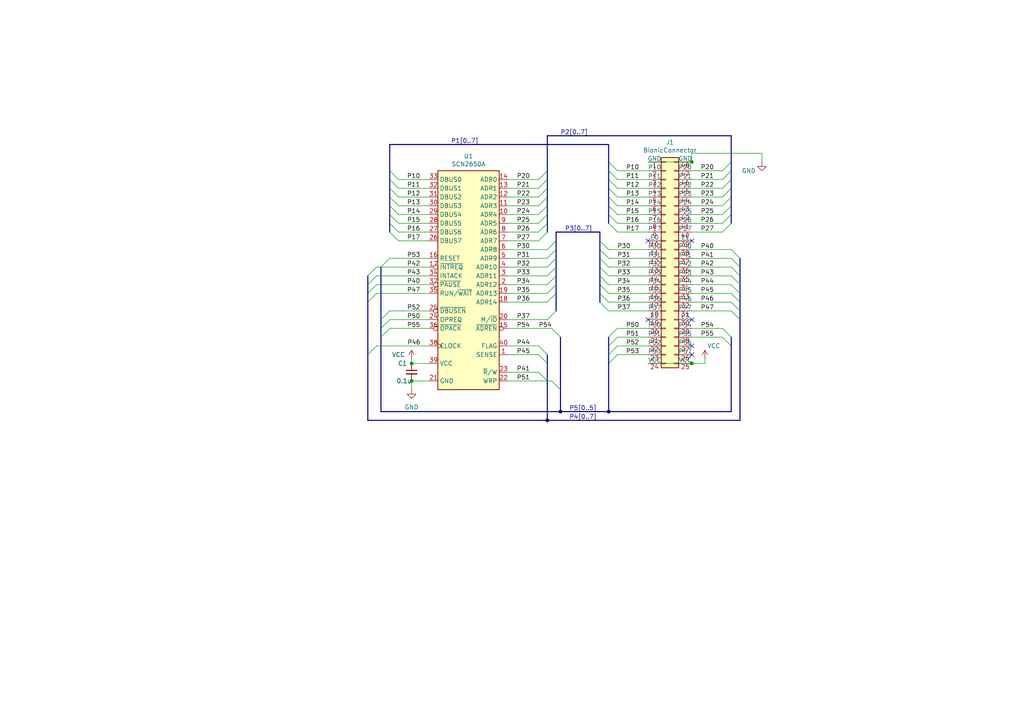
<source format=kicad_sch>
(kicad_sch (version 20230121) (generator eeschema)
  (paper "A4")
  (title_block (title "BionicSCN2650 Mezzanine") (date "2022-07-17") (rev "1") (company "Tadashi G. Takaoka"))
  (lib_symbols
    (symbol "0-LocalLibrary:BionicConnector" (pin_names (offset 0))
      (property "Reference" "J" (at 1.27 30.48 0))
      (property "Value" "BionicConnector" (at 3.81 33.02 0))
      (symbol "BionicConnector_1_1"
        (rectangle (start -1.27 -30.353) (end 0 -30.607) (stroke (width 0.1524)))
        (rectangle (start -1.27 -27.813) (end 0 -28.067) (stroke (width 0.1524)))
        (rectangle (start -1.27 -25.273) (end 0 -25.527) (stroke (width 0.1524)))
        (rectangle (start -1.27 -22.733) (end 0 -22.987) (stroke (width 0.1524)))
        (rectangle (start -1.27 -20.193) (end 0 -20.447) (stroke (width 0.1524)))
        (rectangle (start -1.27 -17.653) (end 0 -17.907) (stroke (width 0.1524)))
        (rectangle (start -1.27 -15.113) (end 0 -15.367) (stroke (width 0.1524)))
        (rectangle (start -1.27 -12.573) (end 0 -12.827) (stroke (width 0.1524)))
        (rectangle (start -1.27 -10.033) (end 0 -10.287) (stroke (width 0.1524)))
        (rectangle (start -1.27 -7.493) (end 0 -7.747) (stroke (width 0.1524)))
        (rectangle (start -1.27 -4.953) (end 0 -5.207) (stroke (width 0.1524)))
        (rectangle (start -1.27 -2.413) (end 0 -2.667) (stroke (width 0.1524)))
        (rectangle (start -1.27 0.127) (end 0 -0.127) (stroke (width 0.1524)))
        (rectangle (start -1.27 2.667) (end 0 2.413) (stroke (width 0.1524)))
        (rectangle (start -1.27 5.207) (end 0 4.953) (stroke (width 0.1524)))
        (rectangle (start -1.27 7.747) (end 0 7.493) (stroke (width 0.1524)))
        (rectangle (start -1.27 10.287) (end 0 10.033) (stroke (width 0.1524)))
        (rectangle (start -1.27 12.827) (end 0 12.573) (stroke (width 0.1524)))
        (rectangle (start -1.27 15.367) (end 0 15.113) (stroke (width 0.1524)))
        (rectangle (start -1.27 17.907) (end 0 17.653) (stroke (width 0.1524)))
        (rectangle (start -1.27 20.447) (end 0 20.193) (stroke (width 0.1524)))
        (rectangle (start -1.27 22.987) (end 0 22.733) (stroke (width 0.1524)))
        (rectangle (start -1.27 25.527) (end 0 25.273) (stroke (width 0.1524)))
        (rectangle (start -1.27 28.067) (end 0 27.813) (stroke (width 0.1524)))
        (rectangle (start -1.27 29.21) (end 3.81 -31.75) (stroke (width 0.254)) (fill (type background)))
        (rectangle (start 3.81 -30.353) (end 2.54 -30.607) (stroke (width 0.1524)))
        (rectangle (start 3.81 -27.813) (end 2.54 -28.067) (stroke (width 0.1524)))
        (rectangle (start 3.81 -25.273) (end 2.54 -25.527) (stroke (width 0.1524)))
        (rectangle (start 3.81 -22.733) (end 2.54 -22.987) (stroke (width 0.1524)))
        (rectangle (start 3.81 -20.193) (end 2.54 -20.447) (stroke (width 0.1524)))
        (rectangle (start 3.81 -17.653) (end 2.54 -17.907) (stroke (width 0.1524)))
        (rectangle (start 3.81 -15.113) (end 2.54 -15.367) (stroke (width 0.1524)))
        (rectangle (start 3.81 -12.573) (end 2.54 -12.827) (stroke (width 0.1524)))
        (rectangle (start 3.81 -10.033) (end 2.54 -10.287) (stroke (width 0.1524)))
        (rectangle (start 3.81 -7.493) (end 2.54 -7.747) (stroke (width 0.1524)))
        (rectangle (start 3.81 -4.953) (end 2.54 -5.207) (stroke (width 0.1524)))
        (rectangle (start 3.81 -2.413) (end 2.54 -2.667) (stroke (width 0.1524)))
        (rectangle (start 3.81 0.127) (end 2.54 -0.127) (stroke (width 0.1524)))
        (rectangle (start 3.81 2.667) (end 2.54 2.413) (stroke (width 0.1524)))
        (rectangle (start 3.81 5.207) (end 2.54 4.953) (stroke (width 0.1524)))
        (rectangle (start 3.81 7.747) (end 2.54 7.493) (stroke (width 0.1524)))
        (rectangle (start 3.81 10.287) (end 2.54 10.033) (stroke (width 0.1524)))
        (rectangle (start 3.81 12.827) (end 2.54 12.573) (stroke (width 0.1524)))
        (rectangle (start 3.81 15.367) (end 2.54 15.113) (stroke (width 0.1524)))
        (rectangle (start 3.81 17.907) (end 2.54 17.653) (stroke (width 0.1524)))
        (rectangle (start 3.81 20.447) (end 2.54 20.193) (stroke (width 0.1524)))
        (rectangle (start 3.81 22.987) (end 2.54 22.733) (stroke (width 0.1524)))
        (rectangle (start 3.81 25.527) (end 2.54 25.273) (stroke (width 0.1524)))
        (rectangle (start 3.81 28.067) (end 2.54 27.813) (stroke (width 0.1524)))
        (pin power_out line (at -5.08 27.94 0) (length 3.81) (name "GND") (number "1"))
        (pin bidirectional line (at -5.08 5.08 0) (length 3.81) (name "E0") (number "10"))
        (pin bidirectional line (at -5.08 2.54 0) (length 3.81) (name "P30") (number "11"))
        (pin bidirectional line (at -5.08 0 0) (length 3.81) (name "P31") (number "12"))
        (pin bidirectional line (at -5.08 -2.54 0) (length 3.81) (name "P32") (number "13"))
        (pin bidirectional line (at -5.08 -5.08 0) (length 3.81) (name "P33") (number "14"))
        (pin bidirectional line (at -5.08 -7.62 0) (length 3.81) (name "P34") (number "15"))
        (pin bidirectional line (at -5.08 -10.16 0) (length 3.81) (name "P35") (number "16"))
        (pin bidirectional line (at -5.08 -12.7 0) (length 3.81) (name "P36") (number "17"))
        (pin bidirectional line (at -5.08 -15.24 0) (length 3.81) (name "P37") (number "18"))
        (pin bidirectional line (at -5.08 -17.78 0) (length 3.81) (name "E2") (number "19"))
        (pin bidirectional line (at -5.08 25.4 0) (length 3.81) (name "P10") (number "2"))
        (pin bidirectional line (at -5.08 -20.32 0) (length 3.81) (name "P50") (number "20"))
        (pin bidirectional line (at -5.08 -22.86 0) (length 3.81) (name "P51") (number "21"))
        (pin bidirectional line (at -5.08 -25.4 0) (length 3.81) (name "P52") (number "22"))
        (pin bidirectional line (at -5.08 -27.94 0) (length 3.81) (name "P53") (number "23"))
        (pin power_out line (at -5.08 -30.48 0) (length 3.81) (name "VCC") (number "24"))
        (pin power_in line (at 7.62 -30.48 180) (length 3.81) (name "VCC") (number "25"))
        (pin bidirectional line (at 7.62 -27.94 180) (length 3.81) (name "P57") (number "26"))
        (pin bidirectional line (at 7.62 -25.4 180) (length 3.81) (name "P56") (number "27"))
        (pin bidirectional line (at 7.62 -22.86 180) (length 3.81) (name "P55") (number "28"))
        (pin bidirectional line (at 7.62 -20.32 180) (length 3.81) (name "P54") (number "29"))
        (pin bidirectional line (at -5.08 22.86 0) (length 3.81) (name "P11") (number "3"))
        (pin bidirectional line (at 7.62 -17.78 180) (length 3.81) (name "E3") (number "30"))
        (pin bidirectional line (at 7.62 -15.24 180) (length 3.81) (name "P47") (number "31"))
        (pin bidirectional line (at 7.62 -12.7 180) (length 3.81) (name "P46") (number "32"))
        (pin bidirectional line (at 7.62 -10.16 180) (length 3.81) (name "P45") (number "33"))
        (pin bidirectional line (at 7.62 -7.62 180) (length 3.81) (name "P44") (number "34"))
        (pin bidirectional line (at 7.62 -5.08 180) (length 3.81) (name "P43") (number "35"))
        (pin bidirectional line (at 7.62 -2.54 180) (length 3.81) (name "P42") (number "36"))
        (pin bidirectional line (at 7.62 0 180) (length 3.81) (name "P41") (number "37"))
        (pin bidirectional line (at 7.62 2.54 180) (length 3.81) (name "P40") (number "38"))
        (pin bidirectional line (at 7.62 5.08 180) (length 3.81) (name "E1") (number "39"))
        (pin bidirectional line (at -5.08 20.32 0) (length 3.81) (name "P12") (number "4"))
        (pin bidirectional line (at 7.62 7.62 180) (length 3.81) (name "P27") (number "40"))
        (pin bidirectional line (at 7.62 10.16 180) (length 3.81) (name "P26") (number "41"))
        (pin bidirectional line (at 7.62 12.7 180) (length 3.81) (name "P25") (number "42"))
        (pin bidirectional line (at 7.62 15.24 180) (length 3.81) (name "P24") (number "43"))
        (pin bidirectional line (at 7.62 17.78 180) (length 3.81) (name "P23") (number "44"))
        (pin bidirectional line (at 7.62 20.32 180) (length 3.81) (name "P22") (number "45"))
        (pin bidirectional line (at 7.62 22.86 180) (length 3.81) (name "P21") (number "46"))
        (pin bidirectional line (at 7.62 25.4 180) (length 3.81) (name "P20") (number "47"))
        (pin power_in line (at 7.62 27.94 180) (length 3.81) (name "GND") (number "48"))
        (pin bidirectional line (at -5.08 17.78 0) (length 3.81) (name "P13") (number "5"))
        (pin bidirectional line (at -5.08 15.24 0) (length 3.81) (name "P14") (number "6"))
        (pin bidirectional line (at -5.08 12.7 0) (length 3.81) (name "P15") (number "7"))
        (pin bidirectional line (at -5.08 10.16 0) (length 3.81) (name "P16") (number "8"))
        (pin bidirectional line (at -5.08 7.62 0) (length 3.81) (name "P17") (number "9"))
      )
    )
    (symbol "0-LocalLibrary:SCN2650A"
      (property "Reference" "U" (at -1.27 31.75 0))
      (property "Value" "SCN2650A" (at 0 -1.27 90))
      (symbol "SCN2650A_0_1"
        (rectangle (start -8.89 -33.02) (end 8.89 30.48) (stroke (width 0.254)) (fill (type background)))
      )
      (symbol "SCN2650A_1_1"
        (pin input line (at 11.43 -22.86 180) (length 2.54) (name "SENSE") (number "1"))
        (pin output line (at 11.43 17.78 180) (length 2.54) (name "ADR4") (number "10"))
        (pin output line (at 11.43 20.32 180) (length 2.54) (name "ADR3") (number "11"))
        (pin output line (at 11.43 22.86 180) (length 2.54) (name "ADR2") (number "12"))
        (pin output line (at 11.43 25.4 180) (length 2.54) (name "ADR1") (number "13"))
        (pin output line (at 11.43 27.94 180) (length 2.54) (name "ADR0") (number "14"))
        (pin output inverted (at 11.43 -15.24 180) (length 2.54) (name "~{ADREN}") (number "15"))
        (pin input line (at -11.43 5.08 0) (length 2.54) (name "RESET") (number "16"))
        (pin input inverted (at -11.43 2.54 0) (length 2.54) (name "~{INTREQ}") (number "17"))
        (pin output line (at 11.43 -7.62 180) (length 2.54) (name "ADR14") (number "18"))
        (pin output line (at 11.43 -5.08 180) (length 2.54) (name "ADR13") (number "19"))
        (pin output line (at 11.43 -2.54 180) (length 2.54) (name "ADR12") (number "2"))
        (pin output line (at 11.43 -12.7 180) (length 2.54) (name "M/~{IO}") (number "20"))
        (pin power_in line (at -11.43 -30.48 0) (length 2.54) (name "GND") (number "21"))
        (pin output line (at 11.43 -30.48 180) (length 2.54) (name "WRP") (number "22"))
        (pin output line (at 11.43 -27.94 180) (length 2.54) (name "~{R}/W") (number "23"))
        (pin output line (at -11.43 -12.7 0) (length 2.54) (name "OPREQ") (number "24"))
        (pin input inverted (at -11.43 -10.16 0) (length 2.54) (name "~{DBUSEN}") (number "25"))
        (pin bidirectional line (at -11.43 10.16 0) (length 2.54) (name "DBUS7") (number "26"))
        (pin bidirectional line (at -11.43 12.7 0) (length 2.54) (name "DBUS6") (number "27"))
        (pin bidirectional line (at -11.43 15.24 0) (length 2.54) (name "DBUS5") (number "28"))
        (pin bidirectional line (at -11.43 17.78 0) (length 2.54) (name "DBUS4") (number "29"))
        (pin output line (at 11.43 0 180) (length 2.54) (name "ADR11") (number "3"))
        (pin bidirectional line (at -11.43 20.32 0) (length 2.54) (name "DBUS3") (number "30"))
        (pin bidirectional line (at -11.43 22.86 0) (length 2.54) (name "DBUS2") (number "31"))
        (pin bidirectional line (at -11.43 25.4 0) (length 2.54) (name "DBUS1") (number "32"))
        (pin bidirectional line (at -11.43 27.94 0) (length 2.54) (name "DBUS0") (number "33"))
        (pin output line (at -11.43 0 0) (length 2.54) (name "INTACK") (number "34"))
        (pin output line (at -11.43 -5.08 0) (length 2.54) (name "RUN/~{WAIT}") (number "35"))
        (pin input inverted (at -11.43 -15.24 0) (length 2.54) (name "~{OPACK}") (number "36"))
        (pin input inverted (at -11.43 -2.54 0) (length 2.54) (name "~{PAUSE}") (number "37"))
        (pin input clock (at -11.43 -20.32 0) (length 2.54) (name "CLOCK") (number "38"))
        (pin power_in line (at -11.43 -25.4 0) (length 2.54) (name "VCC") (number "39"))
        (pin output line (at 11.43 2.54 180) (length 2.54) (name "ADR10") (number "4"))
        (pin output line (at 11.43 -20.32 180) (length 2.54) (name "FLAG") (number "40"))
        (pin output line (at 11.43 5.08 180) (length 2.54) (name "ADR9") (number "5"))
        (pin output line (at 11.43 7.62 180) (length 2.54) (name "ADR8") (number "6"))
        (pin output line (at 11.43 10.16 180) (length 2.54) (name "ADR7") (number "7"))
        (pin output line (at 11.43 12.7 180) (length 2.54) (name "ADR6") (number "8"))
        (pin output line (at 11.43 15.24 180) (length 2.54) (name "ADR5") (number "9"))
      )
    )
    (symbol "Device:C_Small" (pin_numbers hide) (pin_names (offset 0.254) hide)
      (property "Reference" "C" (at 0.254 1.778 0))
      (property "Value" "C_Small" (at 0.254 -2.032 0))
      (symbol "C_Small_0_1"
        (polyline (pts (xy -1.524 -0.508) (xy 1.524 -0.508)) (stroke (width 0.3302)))
        (polyline (pts (xy -1.524 0.508) (xy 1.524 0.508)) (stroke (width 0.3048)))
      )
      (symbol "C_Small_1_1"
        (pin passive line (at 0 2.54 270) (length 2.032) (name "~") (number "1"))
        (pin passive line (at 0 -2.54 90) (length 2.032) (name "~") (number "2"))
      )
    )
    (symbol "GND_1" (power) (pin_names (offset 0))
      (property "Value" "GND_1" (at 0 -3.81 0))
      (symbol "GND_1_0_1"
        (polyline (pts (xy 0 0) (xy 0 -1.27) (xy 1.27 -1.27) (xy 0 -2.54) (xy -1.27 -1.27) (xy 0 -1.27)))
      )
      (symbol "GND_1_1_1"
        (pin power_in line (at 0 0 270) (length 0) hide (name "GND") (number "1"))
      )
    )
    (symbol "VCC_1" (power) (pin_names (offset 0))
      (property "Value" "VCC_1" (at 0 3.81 0))
      (symbol "VCC_1_0_1"
        (polyline (pts (xy -0.762 1.27) (xy 0 2.54)))
        (polyline (pts (xy 0 0) (xy 0 2.54)))
        (polyline (pts (xy 0 2.54) (xy 0.762 1.27)))
      )
      (symbol "VCC_1_1_1"
        (pin power_in line (at 0 0 90) (length 0) hide (name "VCC") (number "1"))
      )
    )
  )
  (junction (at 162.56 119.38))
  (junction (at 119.38 105.41))
  (junction (at 200.66 46.99))
  (junction (at 176.53 119.38))
  (junction (at 200.66 105.41))
  (junction (at 158.75 121.92))
  (junction (at 119.38 110.49))
  (no_connect (at 187.96 69.85))
  (no_connect (at 200.66 92.71))
  (no_connect (at 200.66 69.85))
  (no_connect (at 200.66 100.33))
  (no_connect (at 187.96 92.71))
  (no_connect (at 200.66 102.87))
  (bus_entry (at 173.99 77.47) (size 2.54 2.54))
  (bus_entry (at 115.57 67.31) (size -2.54 -2.54))
  (bus_entry (at 115.57 52.07) (size -2.54 -2.54))
  (bus_entry (at 158.75 74.93) (size 2.54 -2.54))
  (bus_entry (at 209.55 97.79) (size 2.54 2.54))
  (bus_entry (at 158.75 62.23) (size -2.54 2.54))
  (bus_entry (at 212.09 82.55) (size 2.54 2.54))
  (bus_entry (at 158.75 77.47) (size 2.54 -2.54))
  (bus_entry (at 179.07 102.87) (size -2.54 2.54))
  (bus_entry (at 173.99 82.55) (size 2.54 2.54))
  (bus_entry (at 212.09 85.09) (size 2.54 2.54))
  (bus_entry (at 179.07 57.15) (size -2.54 -2.54))
  (bus_entry (at 158.75 64.77) (size -2.54 2.54))
  (bus_entry (at 158.75 82.55) (size 2.54 -2.54))
  (bus_entry (at 110.49 92.71) (size 2.54 -2.54))
  (bus_entry (at 212.09 87.63) (size 2.54 2.54))
  (bus_entry (at 176.53 100.33) (size 2.54 -2.54))
  (bus_entry (at 176.53 97.79) (size 2.54 -2.54))
  (bus_entry (at 173.99 85.09) (size 2.54 2.54))
  (bus_entry (at 158.75 92.71) (size 2.54 -2.54))
  (bus_entry (at 179.07 52.07) (size -2.54 -2.54))
  (bus_entry (at 212.09 62.23) (size -2.54 2.54))
  (bus_entry (at 115.57 64.77) (size -2.54 -2.54))
  (bus_entry (at 106.68 85.09) (size 2.54 -2.54))
  (bus_entry (at 179.07 67.31) (size -2.54 -2.54))
  (bus_entry (at 173.99 87.63) (size 2.54 2.54))
  (bus_entry (at 110.49 97.79) (size 2.54 -2.54))
  (bus_entry (at 209.55 95.25) (size 2.54 2.54))
  (bus_entry (at 176.53 102.87) (size 2.54 -2.54))
  (bus_entry (at 162.56 97.79) (size -2.54 -2.54))
  (bus_entry (at 158.75 87.63) (size 2.54 -2.54))
  (bus_entry (at 106.68 87.63) (size 2.54 -2.54))
  (bus_entry (at 158.75 67.31) (size -2.54 2.54))
  (bus_entry (at 212.09 90.17) (size 2.54 2.54))
  (bus_entry (at 212.09 59.69) (size -2.54 2.54))
  (bus_entry (at 179.07 59.69) (size -2.54 -2.54))
  (bus_entry (at 179.07 62.23) (size -2.54 -2.54))
  (bus_entry (at 179.07 49.53) (size -2.54 -2.54))
  (bus_entry (at 158.75 49.53) (size -2.54 2.54))
  (bus_entry (at 158.75 52.07) (size -2.54 2.54))
  (bus_entry (at 115.57 59.69) (size -2.54 -2.54))
  (bus_entry (at 115.57 62.23) (size -2.54 -2.54))
  (bus_entry (at 212.09 52.07) (size -2.54 2.54))
  (bus_entry (at 110.49 77.47) (size 2.54 -2.54))
  (bus_entry (at 173.99 72.39) (size 2.54 2.54))
  (bus_entry (at 173.99 80.01) (size 2.54 2.54))
  (bus_entry (at 212.09 72.39) (size 2.54 2.54))
  (bus_entry (at 158.75 57.15) (size -2.54 2.54))
  (bus_entry (at 212.09 80.01) (size 2.54 2.54))
  (bus_entry (at 162.56 113.03) (size -2.54 -2.54))
  (bus_entry (at 158.75 85.09) (size 2.54 -2.54))
  (bus_entry (at 106.68 82.55) (size 2.54 -2.54))
  (bus_entry (at 212.09 54.61) (size -2.54 2.54))
  (bus_entry (at 212.09 77.47) (size 2.54 2.54))
  (bus_entry (at 158.75 110.49) (size -2.54 -2.54))
  (bus_entry (at 212.09 46.99) (size -2.54 2.54))
  (bus_entry (at 176.53 72.39) (size -2.54 -2.54))
  (bus_entry (at 212.09 74.93) (size 2.54 2.54))
  (bus_entry (at 158.75 80.01) (size 2.54 -2.54))
  (bus_entry (at 158.75 54.61) (size -2.54 2.54))
  (bus_entry (at 115.57 69.85) (size -2.54 -2.54))
  (bus_entry (at 158.75 72.39) (size 2.54 -2.54))
  (bus_entry (at 115.57 54.61) (size -2.54 -2.54))
  (bus_entry (at 212.09 49.53) (size -2.54 2.54))
  (bus_entry (at 212.09 64.77) (size -2.54 2.54))
  (bus_entry (at 110.49 95.25) (size 2.54 -2.54))
  (bus_entry (at 106.68 80.01) (size 2.54 -2.54))
  (bus_entry (at 115.57 57.15) (size -2.54 -2.54))
  (bus_entry (at 212.09 57.15) (size -2.54 2.54))
  (bus_entry (at 158.75 59.69) (size -2.54 2.54))
  (bus_entry (at 156.21 100.33) (size 2.54 2.54))
  (bus_entry (at 156.21 102.87) (size 2.54 2.54))
  (bus_entry (at 179.07 54.61) (size -2.54 -2.54))
  (bus_entry (at 179.07 64.77) (size -2.54 -2.54))
  (bus_entry (at 173.99 74.93) (size 2.54 2.54))
  (bus_entry (at 106.68 102.87) (size 2.54 -2.54))
  (bus (pts (xy 173.99 67.31) (xy 173.99 69.85)))
  (bus (pts (xy 176.53 105.41) (xy 176.53 119.38)))
  (bus (pts (xy 176.53 52.07) (xy 176.53 54.61)))
  (bus (pts (xy 173.99 77.47) (xy 173.99 80.01)))
  (bus (pts (xy 212.09 62.23) (xy 212.09 64.77)))
  (bus (pts (xy 110.49 77.47) (xy 110.49 92.71)))
  (wire (pts (xy 187.96 57.15) (xy 179.07 57.15)))
  (bus (pts (xy 106.68 121.92) (xy 158.75 121.92)))
  (bus (pts (xy 173.99 72.39) (xy 173.99 74.93)))
  (bus (pts (xy 113.03 64.77) (xy 113.03 67.31)))
  (wire (pts (xy 187.96 64.77) (xy 179.07 64.77)))
  (bus (pts (xy 212.09 100.33) (xy 212.09 119.38)))
  (bus (pts (xy 113.03 59.69) (xy 113.03 62.23)))
  (bus (pts (xy 106.68 85.09) (xy 106.68 87.63)))
  (bus (pts (xy 212.09 54.61) (xy 212.09 57.15)))
  (bus (pts (xy 176.53 57.15) (xy 176.53 59.69)))
  (bus (pts (xy 212.09 59.69) (xy 212.09 62.23)))
  (wire (pts (xy 176.53 72.39) (xy 187.96 72.39)))
  (wire (pts (xy 113.03 92.71) (xy 124.46 92.71)))
  (bus (pts (xy 214.63 90.17) (xy 214.63 92.71)))
  (bus (pts (xy 113.03 41.91) (xy 113.03 49.53)))
  (bus (pts (xy 158.75 62.23) (xy 158.75 64.77)))
  (wire (pts (xy 176.53 74.93) (xy 187.96 74.93)))
  (wire (pts (xy 147.32 102.87) (xy 156.21 102.87)))
  (bus (pts (xy 162.56 119.38) (xy 110.49 119.38)))
  (bus (pts (xy 110.49 97.79) (xy 110.49 119.38)))
  (bus (pts (xy 161.29 67.31) (xy 173.99 67.31)))
  (bus (pts (xy 106.68 82.55) (xy 106.68 85.09)))
  (bus (pts (xy 173.99 80.01) (xy 173.99 82.55)))
  (bus (pts (xy 158.75 52.07) (xy 158.75 54.61)))
  (wire (pts (xy 200.66 82.55) (xy 212.09 82.55)))
  (bus (pts (xy 214.63 77.47) (xy 214.63 80.01)))
  (bus (pts (xy 110.49 95.25) (xy 110.49 97.79)))
  (wire (pts (xy 176.53 90.17) (xy 187.96 90.17)))
  (wire (pts (xy 187.96 46.99) (xy 200.66 46.99)))
  (wire (pts (xy 109.22 77.47) (xy 110.49 77.47)))
  (wire (pts (xy 200.66 54.61) (xy 209.55 54.61)))
  (bus (pts (xy 158.75 64.77) (xy 158.75 67.31)))
  (bus (pts (xy 162.56 97.79) (xy 162.56 113.03)))
  (wire (pts (xy 113.03 90.17) (xy 124.46 90.17)))
  (bus (pts (xy 161.29 69.85) (xy 161.29 67.31)))
  (wire (pts (xy 176.53 77.47) (xy 187.96 77.47)))
  (wire (pts (xy 176.53 80.01) (xy 187.96 80.01)))
  (wire (pts (xy 113.03 74.93) (xy 124.46 74.93)))
  (wire (pts (xy 147.32 69.85) (xy 156.21 69.85)))
  (wire (pts (xy 200.66 97.79) (xy 209.55 97.79)))
  (wire (pts (xy 187.96 59.69) (xy 179.07 59.69)))
  (wire (pts (xy 187.96 97.79) (xy 179.07 97.79)))
  (bus (pts (xy 212.09 39.37) (xy 212.09 46.99)))
  (wire (pts (xy 200.66 44.45) (xy 220.98 44.45)))
  (wire (pts (xy 124.46 69.85) (xy 115.57 69.85)))
  (wire (pts (xy 119.38 110.49) (xy 124.46 110.49)))
  (bus (pts (xy 106.68 80.01) (xy 106.68 82.55)))
  (wire (pts (xy 113.03 95.25) (xy 124.46 95.25)))
  (bus (pts (xy 176.53 119.38) (xy 212.09 119.38)))
  (wire (pts (xy 179.07 102.87) (xy 187.96 102.87)))
  (wire (pts (xy 187.96 100.33) (xy 179.07 100.33)))
  (bus (pts (xy 214.63 87.63) (xy 214.63 90.17)))
  (bus (pts (xy 176.53 97.79) (xy 176.53 100.33)))
  (bus (pts (xy 214.63 92.71) (xy 214.63 121.92)))
  (wire (pts (xy 147.32 100.33) (xy 156.21 100.33)))
  (bus (pts (xy 161.29 74.93) (xy 161.29 77.47)))
  (bus (pts (xy 212.09 57.15) (xy 212.09 59.69)))
  (bus (pts (xy 161.29 69.85) (xy 161.29 72.39)))
  (bus (pts (xy 176.53 62.23) (xy 176.53 64.77)))
  (wire (pts (xy 109.22 82.55) (xy 124.46 82.55)))
  (wire (pts (xy 187.96 49.53) (xy 179.07 49.53)))
  (bus (pts (xy 176.53 41.91) (xy 176.53 46.99)))
  (bus (pts (xy 113.03 41.91) (xy 176.53 41.91)))
  (bus (pts (xy 158.75 39.37) (xy 212.09 39.37)))
  (wire (pts (xy 124.46 59.69) (xy 115.57 59.69)))
  (bus (pts (xy 161.29 82.55) (xy 161.29 85.09)))
  (wire (pts (xy 187.96 52.07) (xy 179.07 52.07)))
  (bus (pts (xy 173.99 74.93) (xy 173.99 77.47)))
  (bus (pts (xy 158.75 110.49) (xy 158.75 121.92)))
  (bus (pts (xy 214.63 85.09) (xy 214.63 87.63)))
  (bus (pts (xy 161.29 77.47) (xy 161.29 80.01)))
  (bus (pts (xy 176.53 59.69) (xy 176.53 62.23)))
  (bus (pts (xy 158.75 59.69) (xy 158.75 62.23)))
  (bus (pts (xy 214.63 74.93) (xy 214.63 77.47)))
  (wire (pts (xy 200.66 105.41) (xy 204.47 105.41)))
  (wire (pts (xy 124.46 67.31) (xy 115.57 67.31)))
  (wire (pts (xy 204.47 104.14) (xy 204.47 105.41)))
  (wire (pts (xy 147.32 82.55) (xy 158.75 82.55)))
  (bus (pts (xy 176.53 54.61) (xy 176.53 57.15)))
  (wire (pts (xy 176.53 87.63) (xy 187.96 87.63)))
  (bus (pts (xy 212.09 97.79) (xy 212.09 100.33)))
  (wire (pts (xy 147.32 87.63) (xy 158.75 87.63)))
  (wire (pts (xy 147.32 72.39) (xy 158.75 72.39)))
  (wire (pts (xy 147.32 64.77) (xy 156.21 64.77)))
  (wire (pts (xy 109.22 100.33) (xy 124.46 100.33)))
  (wire (pts (xy 200.66 59.69) (xy 209.55 59.69)))
  (bus (pts (xy 113.03 57.15) (xy 113.03 59.69)))
  (wire (pts (xy 147.32 85.09) (xy 158.75 85.09)))
  (wire (pts (xy 109.22 85.09) (xy 124.46 85.09)))
  (wire (pts (xy 124.46 62.23) (xy 115.57 62.23)))
  (bus (pts (xy 212.09 52.07) (xy 212.09 54.61)))
  (wire (pts (xy 200.66 72.39) (xy 212.09 72.39)))
  (wire (pts (xy 176.53 82.55) (xy 187.96 82.55)))
  (bus (pts (xy 173.99 85.09) (xy 173.99 87.63)))
  (bus (pts (xy 158.75 39.37) (xy 158.75 49.53)))
  (wire (pts (xy 147.32 52.07) (xy 156.21 52.07)))
  (wire (pts (xy 187.96 54.61) (xy 179.07 54.61)))
  (wire (pts (xy 187.96 67.31) (xy 179.07 67.31)))
  (wire (pts (xy 158.75 110.49) (xy 160.02 110.49)))
  (bus (pts (xy 106.68 87.63) (xy 106.68 102.87)))
  (bus (pts (xy 113.03 52.07) (xy 113.03 54.61)))
  (wire (pts (xy 200.66 77.47) (xy 212.09 77.47)))
  (wire (pts (xy 109.22 80.01) (xy 124.46 80.01)))
  (wire (pts (xy 147.32 80.01) (xy 158.75 80.01)))
  (wire (pts (xy 147.32 62.23) (xy 156.21 62.23)))
  (wire (pts (xy 147.32 59.69) (xy 156.21 59.69)))
  (wire (pts (xy 124.46 57.15) (xy 115.57 57.15)))
  (bus (pts (xy 161.29 85.09) (xy 161.29 90.17)))
  (bus (pts (xy 158.75 102.87) (xy 158.75 105.41)))
  (wire (pts (xy 124.46 54.61) (xy 115.57 54.61)))
  (wire (pts (xy 200.66 44.45) (xy 200.66 46.99)))
  (wire (pts (xy 119.38 105.41) (xy 119.38 104.14)))
  (wire (pts (xy 200.66 95.25) (xy 209.55 95.25)))
  (bus (pts (xy 161.29 72.39) (xy 161.29 74.93)))
  (bus (pts (xy 212.09 46.99) (xy 212.09 49.53)))
  (wire (pts (xy 147.32 57.15) (xy 156.21 57.15)))
  (wire (pts (xy 200.66 52.07) (xy 209.55 52.07)))
  (bus (pts (xy 110.49 92.71) (xy 110.49 95.25)))
  (bus (pts (xy 158.75 105.41) (xy 158.75 110.49)))
  (bus (pts (xy 176.53 102.87) (xy 176.53 105.41)))
  (bus (pts (xy 176.53 100.33) (xy 176.53 102.87)))
  (bus (pts (xy 214.63 80.01) (xy 214.63 82.55)))
  (wire (pts (xy 200.66 57.15) (xy 209.55 57.15)))
  (bus (pts (xy 106.68 102.87) (xy 106.68 121.92)))
  (wire (pts (xy 200.66 64.77) (xy 209.55 64.77)))
  (wire (pts (xy 200.66 49.53) (xy 209.55 49.53)))
  (wire (pts (xy 200.66 87.63) (xy 212.09 87.63)))
  (wire (pts (xy 187.96 105.41) (xy 200.66 105.41)))
  (wire (pts (xy 147.32 107.95) (xy 156.21 107.95)))
  (wire (pts (xy 147.32 67.31) (xy 156.21 67.31)))
  (wire (pts (xy 147.32 77.47) (xy 158.75 77.47)))
  (bus (pts (xy 214.63 121.92) (xy 158.75 121.92)))
  (wire (pts (xy 200.66 67.31) (xy 209.55 67.31)))
  (wire (pts (xy 147.32 74.93) (xy 158.75 74.93)))
  (bus (pts (xy 176.53 49.53) (xy 176.53 52.07)))
  (bus (pts (xy 176.53 119.38) (xy 162.56 119.38)))
  (bus (pts (xy 173.99 69.85) (xy 173.99 72.39)))
  (wire (pts (xy 147.32 110.49) (xy 158.75 110.49)))
  (wire (pts (xy 187.96 95.25) (xy 179.07 95.25)))
  (bus (pts (xy 176.53 46.99) (xy 176.53 49.53)))
  (wire (pts (xy 124.46 52.07) (xy 115.57 52.07)))
  (bus (pts (xy 158.75 54.61) (xy 158.75 57.15)))
  (wire (pts (xy 200.66 62.23) (xy 209.55 62.23)))
  (wire (pts (xy 200.66 90.17) (xy 212.09 90.17)))
  (wire (pts (xy 124.46 64.77) (xy 115.57 64.77)))
  (wire (pts (xy 119.38 105.41) (xy 124.46 105.41)))
  (wire (pts (xy 147.32 95.25) (xy 160.02 95.25)))
  (bus (pts (xy 113.03 62.23) (xy 113.03 64.77)))
  (wire (pts (xy 200.66 74.93) (xy 212.09 74.93)))
  (bus (pts (xy 162.56 113.03) (xy 162.56 119.38)))
  (bus (pts (xy 173.99 82.55) (xy 173.99 85.09)))
  (wire (pts (xy 110.49 77.47) (xy 124.46 77.47)))
  (wire (pts (xy 119.38 110.49) (xy 119.38 113.03)))
  (wire (pts (xy 147.32 54.61) (xy 156.21 54.61)))
  (bus (pts (xy 113.03 54.61) (xy 113.03 57.15)))
  (wire (pts (xy 200.66 85.09) (xy 212.09 85.09)))
  (wire (pts (xy 200.66 80.01) (xy 212.09 80.01)))
  (wire (pts (xy 176.53 85.09) (xy 187.96 85.09)))
  (bus (pts (xy 158.75 57.15) (xy 158.75 59.69)))
  (wire (pts (xy 187.96 62.23) (xy 179.07 62.23)))
  (bus (pts (xy 161.29 80.01) (xy 161.29 82.55)))
  (bus (pts (xy 158.75 49.53) (xy 158.75 52.07)))
  (bus (pts (xy 214.63 82.55) (xy 214.63 85.09)))
  (wire (pts (xy 147.32 92.71) (xy 158.75 92.71)))
  (wire (pts (xy 220.98 44.45) (xy 220.98 46.99)))
  (bus (pts (xy 113.03 49.53) (xy 113.03 52.07)))
  (bus (pts (xy 212.09 49.53) (xy 212.09 52.07)))
  (label "P33" (at 149.86 80.01 0))
  (label "P36" (at 149.86 87.63 0))
  (label "P55" (at 203.2 97.79 0))
  (label "P17" (at 185.42 67.31 180))
  (label "P40" (at 121.92 82.55 180))
  (label "P4[0..7]" (at 165.1 121.92 0))
  (label "P36" (at 182.88 87.63 180))
  (label "P24" (at 203.2 59.69 0))
  (label "P33" (at 182.88 80.01 180))
  (label "P40" (at 203.2 72.39 0))
  (label "P54" (at 149.86 95.25 0))
  (label "P55" (at 121.92 95.25 180))
  (label "P47" (at 203.2 90.17 0))
  (label "P20" (at 203.2 49.53 0))
  (label "P23" (at 203.2 57.15 0))
  (label "P11" (at 121.92 54.61 180))
  (label "P25" (at 203.2 62.23 0))
  (label "P21" (at 203.2 52.07 0))
  (label "P53" (at 121.92 74.93 180))
  (label "P53" (at 185.42 102.87 180))
  (label "P23" (at 149.86 59.69 0))
  (label "P13" (at 121.92 59.69 180))
  (label "P5[0..5]" (at 165.1 119.38 0))
  (label "P54" (at 156.21 95.25 0))
  (label "P31" (at 182.88 74.93 180))
  (label "P21" (at 149.86 54.61 0))
  (label "P24" (at 149.86 62.23 0))
  (label "P41" (at 149.86 107.95 0))
  (label "P10" (at 185.42 49.53 180))
  (label "P30" (at 182.88 72.39 180))
  (label "P34" (at 182.88 82.55 180))
  (label "P43" (at 203.2 80.01 0))
  (label "P22" (at 203.2 54.61 0))
  (label "P50" (at 121.92 92.71 180))
  (label "P35" (at 149.86 85.09 0))
  (label "P43" (at 121.92 80.01 180))
  (label "P32" (at 149.86 77.47 0))
  (label "P22" (at 149.86 57.15 0))
  (label "P15" (at 121.92 64.77 180))
  (label "P12" (at 185.42 54.61 180))
  (label "P54" (at 203.2 95.25 0))
  (label "P52" (at 185.42 100.33 180))
  (label "P46" (at 118.11 100.33 0))
  (label "P11" (at 185.42 52.07 180))
  (label "P32" (at 182.88 77.47 180))
  (label "P51" (at 149.86 110.49 0))
  (label "P15" (at 185.42 62.23 180))
  (label "P41" (at 203.2 74.93 0))
  (label "P14" (at 185.42 59.69 180))
  (label "P2[0..7]" (at 162.56 39.37 0))
  (label "P26" (at 149.86 67.31 0))
  (label "P42" (at 203.2 77.47 0))
  (label "P16" (at 121.92 67.31 180))
  (label "P35" (at 182.88 85.09 180))
  (label "P31" (at 149.86 74.93 0))
  (label "P3[0..7]" (at 163.83 67.31 0))
  (label "P20" (at 149.86 52.07 0))
  (label "P14" (at 121.92 62.23 180))
  (label "P45" (at 149.86 102.87 0))
  (label "P27" (at 149.86 69.85 0))
  (label "P27" (at 203.2 67.31 0))
  (label "P30" (at 149.86 72.39 0))
  (label "P44" (at 203.2 82.55 0))
  (label "P47" (at 121.92 85.09 180))
  (label "P26" (at 203.2 64.77 0))
  (label "P46" (at 203.2 87.63 0))
  (label "P10" (at 121.92 52.07 180))
  (label "P44" (at 149.86 100.33 0))
  (label "P37" (at 149.86 92.71 0))
  (label "P50" (at 185.42 95.25 180))
  (label "P42" (at 121.92 77.47 180))
  (label "P51" (at 185.42 97.79 180))
  (label "P37" (at 182.88 90.17 180))
  (label "P52" (at 121.92 90.17 180))
  (label "P16" (at 185.42 64.77 180))
  (label "P45" (at 203.2 85.09 0))
  (label "P17" (at 121.92 69.85 180))
  (label "P25" (at 149.86 64.77 0))
  (label "P1[0..7]" (at 130.81 41.91 0))
  (label "P13" (at 185.42 57.15 180))
  (label "P34" (at 149.86 82.55 0))
  (label "P12" (at 121.92 57.15 180))
  (symbol (lib_id "Device:C_Small") (at 119.38 107.95 0) (mirror y) (unit 1)
    (property "Reference" "C1" (at 118.11 105.41 0) (effects (justify left)))
    (property "Value" "0.1u" (at 119.38 110.49 0) (effects (justify left)))
    (property "Footprint" "Capacitor_THT:C_Disc_D3.4mm_W2.1mm_P2.50mm" (effects hide))
  )
  (symbol (lib_id "0-LocalLibrary:BionicConnector") (at 193.04 74.93 0) (unit 1)
    (property "Reference" "J1" (at 194.31 41.275 0))
    (property "Value" "BionicConnector" (at 194.31 43.5864 0))
    (property "Footprint" "0-LocalLibrary:DIP-48_W7.62mm" (effects hide))
    (property "Datasheet" "https://www.arieselec.com/wp-content/uploads/2020/02/10001-universal-dip-zif-test-socket.pdf" (effects hide))
  )
  (symbol (lib_id "0-LocalLibrary:SCN2650A") (at 135.89 80.01 0) (unit 1)
    (property "Reference" "U1" (at 135.89 45.2882 0))
    (property "Value" "SCN2650A" (at 135.89 47.5996 0))
    (property "Footprint" "Package_DIP:DIP-40_W15.24mm" (effects hide))
    (property "Datasheet" "https://frank.pocnet.net/sheets/084/2/2650.pdf" (effects hide))
  )
  (symbol (lib_name "VCC_1") (lib_id "power:VCC") (at 204.47 104.14 0) (unit 1)
    (property "Reference" "#PWR01" (effects hide))
    (property "Value" "VCC" (at 207.01 100.33 0))
  )
  (symbol (lib_name "VCC_1") (lib_id "power:VCC") (at 119.38 104.14 0) (unit 1)
    (property "Reference" "#PWR03" (effects hide))
    (property "Value" "VCC" (at 115.57 102.87 0))
  )
  (symbol (lib_name "GND_1") (lib_id "power:GND") (at 119.38 113.03 0) (unit 1)
    (property "Reference" "#PWR02" (effects hide))
    (property "Value" "GND" (at 119.38 118.11 0))
  )
  (symbol (lib_name "GND_1") (lib_id "power:GND") (at 220.98 46.99 0) (unit 1)
    (property "Reference" "#PWR05" (effects hide))
    (property "Value" "GND" (at 217.17 49.53 0))
  )
)
</source>
